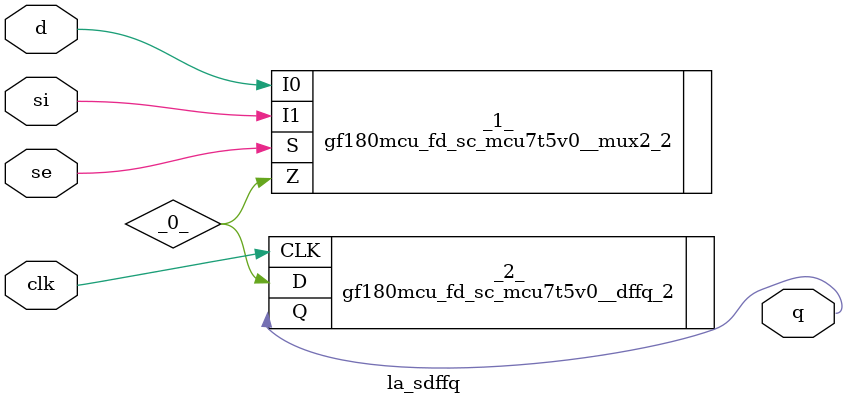
<source format=v>

/* Generated by Yosys 0.44 (git sha1 80ba43d26, g++ 11.4.0-1ubuntu1~22.04 -fPIC -O3) */

(* top =  1  *)
(* src = "generated" *)
(* keep_hierarchy *)
module la_sdffq (
    d,
    si,
    se,
    clk,
    q
);
  (* src = "generated" *)
  wire _0_;
  (* src = "generated" *)
  input clk;
  wire clk;
  (* src = "generated" *)
  input d;
  wire d;
  (* src = "generated" *)
  output q;
  wire q;
  (* src = "generated" *)
  input se;
  wire se;
  (* src = "generated" *)
  input si;
  wire si;
  gf180mcu_fd_sc_mcu7t5v0__mux2_2 _1_ (
      .I0(d),
      .I1(si),
      .S (se),
      .Z (_0_)
  );
  (* src = "generated" *)
  gf180mcu_fd_sc_mcu7t5v0__dffq_2 _2_ (
      .CLK(clk),
      .D  (_0_),
      .Q  (q)
  );
endmodule

</source>
